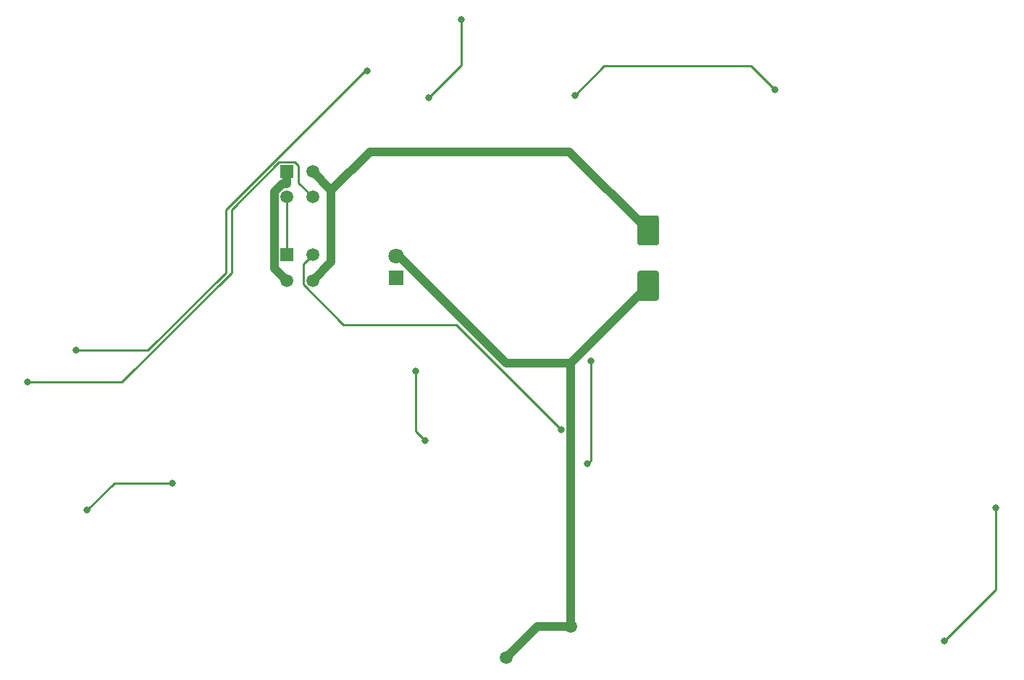
<source format=gbr>
%TF.GenerationSoftware,KiCad,Pcbnew,(5.1.6)-1*%
%TF.CreationDate,2020-11-25T20:53:45+11:00*%
%TF.ProjectId,ECS Panel PCB V1,45435320-5061-46e6-956c-205043422056,rev?*%
%TF.SameCoordinates,Original*%
%TF.FileFunction,Copper,L2,Bot*%
%TF.FilePolarity,Positive*%
%FSLAX46Y46*%
G04 Gerber Fmt 4.6, Leading zero omitted, Abs format (unit mm)*
G04 Created by KiCad (PCBNEW (5.1.6)-1) date 2020-11-25 20:53:45*
%MOMM*%
%LPD*%
G01*
G04 APERTURE LIST*
%TA.AperFunction,ComponentPad*%
%ADD10C,1.520000*%
%TD*%
%TA.AperFunction,ComponentPad*%
%ADD11R,1.520000X1.520000*%
%TD*%
%TA.AperFunction,ComponentPad*%
%ADD12C,1.800000*%
%TD*%
%TA.AperFunction,ComponentPad*%
%ADD13R,1.800000X1.800000*%
%TD*%
%TA.AperFunction,ViaPad*%
%ADD14C,1.500000*%
%TD*%
%TA.AperFunction,ViaPad*%
%ADD15C,0.800000*%
%TD*%
%TA.AperFunction,Conductor*%
%ADD16C,1.000000*%
%TD*%
%TA.AperFunction,Conductor*%
%ADD17C,0.250000*%
%TD*%
G04 APERTURE END LIST*
D10*
%TO.P,J2,4*%
%TO.N,/LEDGND*%
X72135999Y-99367599D03*
%TO.P,J2,3*%
%TO.N,/DATAOUT*%
X72135999Y-96367600D03*
%TO.P,J2,2*%
%TO.N,/LED+5V*%
X69136000Y-99367599D03*
D11*
%TO.P,J2,1*%
%TO.N,/DATALOOP*%
X69136000Y-96367600D03*
%TD*%
D10*
%TO.P,J1,4*%
%TO.N,/DATAIN*%
X72135999Y-89588599D03*
%TO.P,J1,3*%
%TO.N,/LEDGND*%
X72135999Y-86588600D03*
%TO.P,J1,2*%
%TO.N,/DATALOOP*%
X69136000Y-89588599D03*
D11*
%TO.P,J1,1*%
%TO.N,/LED+5V*%
X69136000Y-86588600D03*
%TD*%
D12*
%TO.P,D1,2*%
%TO.N,/LED+5V*%
X81940400Y-96469200D03*
D13*
%TO.P,D1,1*%
%TO.N,Net-(D1-Pad1)*%
X81940400Y-99009200D03*
%TD*%
%TO.P,C1,2*%
%TO.N,/LEDGND*%
%TA.AperFunction,SMDPad,CuDef*%
G36*
G01*
X112379000Y-95223000D02*
X110379000Y-95223000D01*
G75*
G02*
X110129000Y-94973000I0J250000D01*
G01*
X110129000Y-91973000D01*
G75*
G02*
X110379000Y-91723000I250000J0D01*
G01*
X112379000Y-91723000D01*
G75*
G02*
X112629000Y-91973000I0J-250000D01*
G01*
X112629000Y-94973000D01*
G75*
G02*
X112379000Y-95223000I-250000J0D01*
G01*
G37*
%TD.AperFunction*%
%TO.P,C1,1*%
%TO.N,/LED+5V*%
%TA.AperFunction,SMDPad,CuDef*%
G36*
G01*
X112379000Y-101723000D02*
X110379000Y-101723000D01*
G75*
G02*
X110129000Y-101473000I0J250000D01*
G01*
X110129000Y-98473000D01*
G75*
G02*
X110379000Y-98223000I250000J0D01*
G01*
X112379000Y-98223000D01*
G75*
G02*
X112629000Y-98473000I0J-250000D01*
G01*
X112629000Y-101473000D01*
G75*
G02*
X112379000Y-101723000I-250000J0D01*
G01*
G37*
%TD.AperFunction*%
%TD*%
D14*
%TO.N,/LED+5V*%
X94818700Y-143472900D03*
X102345300Y-139862800D03*
D15*
%TO.N,/DATAIN*%
X38852400Y-111265100D03*
%TO.N,Net-(D12-Pad2)*%
X78518900Y-74837800D03*
X44462800Y-107518000D03*
%TO.N,Net-(D14-Pad2)*%
X89550300Y-68800500D03*
X85694900Y-77987900D03*
%TO.N,Net-(D18-Pad2)*%
X126177200Y-77056600D03*
X102791300Y-77723800D03*
%TO.N,Net-(D32-Pad2)*%
X104654300Y-108763000D03*
X104276000Y-120814300D03*
%TO.N,/DATAOUT*%
X101219900Y-116837600D03*
%TO.N,Net-(D38-Pad2)*%
X84212600Y-109974900D03*
X85298900Y-118059000D03*
%TO.N,Net-(D45-Pad2)*%
X55769000Y-123080100D03*
X45800600Y-126238000D03*
%TO.N,Net-(D61-Pad2)*%
X152047700Y-125998000D03*
X146024600Y-141578500D03*
%TD*%
D16*
%TO.N,/LEDGND*%
X74324600Y-88777200D02*
X74324600Y-97179000D01*
X74324600Y-97179000D02*
X72136000Y-99367600D01*
X72136000Y-86588600D02*
X74324600Y-88777200D01*
X111379000Y-93473000D02*
X102181900Y-84275900D01*
X102181900Y-84275900D02*
X78825900Y-84275900D01*
X78825900Y-84275900D02*
X74324600Y-88777200D01*
%TO.N,/LED+5V*%
X102345300Y-139862800D02*
X98428800Y-139862800D01*
X98428800Y-139862800D02*
X94818700Y-143472900D01*
X102345300Y-109006700D02*
X102345300Y-139862800D01*
X111379000Y-99973000D02*
X102345300Y-109006700D01*
X81940400Y-96469200D02*
X82240500Y-96469200D01*
X82240500Y-96469200D02*
X94778000Y-109006700D01*
X94778000Y-109006700D02*
X102345300Y-109006700D01*
X69136000Y-86588600D02*
X69136000Y-88048900D01*
X69136000Y-99367600D02*
X67675700Y-97907300D01*
X67675700Y-97907300D02*
X67675700Y-88961500D01*
X67675700Y-88961500D02*
X68588300Y-88048900D01*
X68588300Y-88048900D02*
X69136000Y-88048900D01*
D17*
%TO.N,/DATAIN*%
X72136000Y-89588600D02*
X70476700Y-87929300D01*
X70476700Y-87929300D02*
X70476700Y-85915800D01*
X70476700Y-85915800D02*
X70064100Y-85503200D01*
X70064100Y-85503200D02*
X68230000Y-85503200D01*
X68230000Y-85503200D02*
X62659600Y-91073600D01*
X62659600Y-91073600D02*
X62659600Y-98464800D01*
X62659600Y-98464800D02*
X49859300Y-111265100D01*
X49859300Y-111265100D02*
X38852400Y-111265100D01*
%TO.N,Net-(D12-Pad2)*%
X78518900Y-74837800D02*
X78254000Y-74837800D01*
X78254000Y-74837800D02*
X61978800Y-91113000D01*
X61978800Y-91113000D02*
X61978800Y-98449100D01*
X61978800Y-98449100D02*
X52909900Y-107518000D01*
X52909900Y-107518000D02*
X44462800Y-107518000D01*
%TO.N,Net-(D14-Pad2)*%
X89550300Y-68800500D02*
X89550300Y-74132500D01*
X89550300Y-74132500D02*
X85694900Y-77987900D01*
%TO.N,Net-(D18-Pad2)*%
X126177200Y-77056600D02*
X123389500Y-74268900D01*
X123389500Y-74268900D02*
X106246200Y-74268900D01*
X106246200Y-74268900D02*
X102791300Y-77723800D01*
%TO.N,Net-(D32-Pad2)*%
X104654300Y-108763000D02*
X104654300Y-120436000D01*
X104654300Y-120436000D02*
X104276000Y-120814300D01*
%TO.N,/DATAOUT*%
X72136000Y-96367600D02*
X71041200Y-97462400D01*
X71041200Y-97462400D02*
X71041200Y-99829400D01*
X71041200Y-99829400D02*
X75773200Y-104561400D01*
X75773200Y-104561400D02*
X88943700Y-104561400D01*
X88943700Y-104561400D02*
X101219900Y-116837600D01*
%TO.N,/DATALOOP*%
X69136000Y-89588600D02*
X69136000Y-96367600D01*
%TO.N,Net-(D38-Pad2)*%
X84212600Y-109974900D02*
X84212600Y-116972700D01*
X84212600Y-116972700D02*
X85298900Y-118059000D01*
%TO.N,Net-(D45-Pad2)*%
X55769000Y-123080100D02*
X48958500Y-123080100D01*
X48958500Y-123080100D02*
X45800600Y-126238000D01*
%TO.N,Net-(D61-Pad2)*%
X152047700Y-125998000D02*
X152047700Y-135555400D01*
X152047700Y-135555400D02*
X146024600Y-141578500D01*
%TD*%
M02*

</source>
